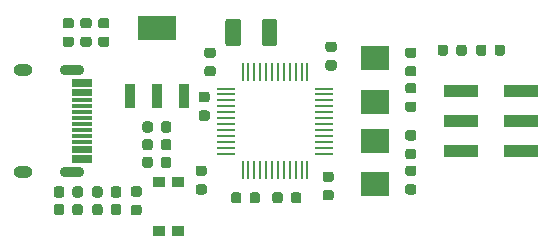
<source format=gbr>
%TF.GenerationSoftware,KiCad,Pcbnew,5.1.7-a382d34a8~88~ubuntu20.04.1*%
%TF.CreationDate,2020-12-15T21:17:08-08:00*%
%TF.ProjectId,blue-pill-bmp,626c7565-2d70-4696-9c6c-2d626d702e6b,rev?*%
%TF.SameCoordinates,Original*%
%TF.FileFunction,Paste,Top*%
%TF.FilePolarity,Positive*%
%FSLAX46Y46*%
G04 Gerber Fmt 4.6, Leading zero omitted, Abs format (unit mm)*
G04 Created by KiCad (PCBNEW 5.1.7-a382d34a8~88~ubuntu20.04.1) date 2020-12-15 21:17:08*
%MOMM*%
%LPD*%
G01*
G04 APERTURE LIST*
%ADD10R,3.250000X2.150000*%
%ADD11R,0.950000X2.150000*%
%ADD12R,2.400000X2.000000*%
%ADD13R,0.280000X1.560000*%
%ADD14R,1.560000X0.280000*%
%ADD15R,3.000000X1.000000*%
%ADD16R,1.000000X0.900000*%
%ADD17R,1.750000X0.300000*%
%ADD18O,2.100000X0.900000*%
%ADD19O,1.600000X1.000000*%
G04 APERTURE END LIST*
D10*
%TO.C,VR1*%
X109500000Y-92100000D03*
D11*
X111800000Y-97900000D03*
X109500000Y-97900000D03*
X107200000Y-97900000D03*
%TD*%
%TO.C,R6*%
G36*
G01*
X104743750Y-92850000D02*
X105256250Y-92850000D01*
G75*
G02*
X105475000Y-93068750I0J-218750D01*
G01*
X105475000Y-93506250D01*
G75*
G02*
X105256250Y-93725000I-218750J0D01*
G01*
X104743750Y-93725000D01*
G75*
G02*
X104525000Y-93506250I0J218750D01*
G01*
X104525000Y-93068750D01*
G75*
G02*
X104743750Y-92850000I218750J0D01*
G01*
G37*
G36*
G01*
X104743750Y-91275000D02*
X105256250Y-91275000D01*
G75*
G02*
X105475000Y-91493750I0J-218750D01*
G01*
X105475000Y-91931250D01*
G75*
G02*
X105256250Y-92150000I-218750J0D01*
G01*
X104743750Y-92150000D01*
G75*
G02*
X104525000Y-91931250I0J218750D01*
G01*
X104525000Y-91493750D01*
G75*
G02*
X104743750Y-91275000I218750J0D01*
G01*
G37*
%TD*%
D12*
%TO.C,X2*%
X128000000Y-101650000D03*
X128000000Y-105350000D03*
%TD*%
%TO.C,X1*%
X128000000Y-94650000D03*
X128000000Y-98350000D03*
%TD*%
D13*
%TO.C,U1*%
X122250000Y-104180000D03*
X121750000Y-104180000D03*
X121250000Y-104180000D03*
X120750000Y-104180000D03*
X120250000Y-104180000D03*
X119750000Y-104180000D03*
X119250000Y-104180000D03*
X118750000Y-104180000D03*
X118250000Y-104180000D03*
X117750000Y-104180000D03*
X117250000Y-104180000D03*
X116750000Y-104180000D03*
D14*
X115320000Y-102750000D03*
X115320000Y-102250000D03*
X115320000Y-101750000D03*
X115320000Y-101250000D03*
X115320000Y-100750000D03*
X115320000Y-100250000D03*
X115320000Y-99750000D03*
X115320000Y-99250000D03*
X115320000Y-98750000D03*
X115320000Y-98250000D03*
X115320000Y-97750000D03*
X115320000Y-97250000D03*
D13*
X116750000Y-95820000D03*
X117250000Y-95820000D03*
X117750000Y-95820000D03*
X118250000Y-95820000D03*
X118750000Y-95820000D03*
X119250000Y-95820000D03*
X119750000Y-95820000D03*
X120250000Y-95820000D03*
X120750000Y-95820000D03*
X121250000Y-95820000D03*
X121750000Y-95820000D03*
X122250000Y-95820000D03*
D14*
X123680000Y-97250000D03*
X123680000Y-97750000D03*
X123680000Y-98250000D03*
X123680000Y-98750000D03*
X123680000Y-99250000D03*
X123680000Y-99750000D03*
X123680000Y-100250000D03*
X123680000Y-100750000D03*
X123680000Y-101250000D03*
X123680000Y-101750000D03*
X123680000Y-102250000D03*
X123680000Y-102750000D03*
%TD*%
D15*
%TO.C,SW2*%
X135210000Y-97450000D03*
X135210000Y-100000000D03*
X135210000Y-102540000D03*
X140290000Y-97460000D03*
X140290000Y-100000000D03*
X140290000Y-102540000D03*
%TD*%
D16*
%TO.C,SW1*%
X111300000Y-105200000D03*
X109700000Y-105200000D03*
X111300000Y-109300000D03*
X109700000Y-109300000D03*
%TD*%
%TO.C,R11*%
G36*
G01*
X102350000Y-107756250D02*
X102350000Y-107243750D01*
G75*
G02*
X102568750Y-107025000I218750J0D01*
G01*
X103006250Y-107025000D01*
G75*
G02*
X103225000Y-107243750I0J-218750D01*
G01*
X103225000Y-107756250D01*
G75*
G02*
X103006250Y-107975000I-218750J0D01*
G01*
X102568750Y-107975000D01*
G75*
G02*
X102350000Y-107756250I0J218750D01*
G01*
G37*
G36*
G01*
X100775000Y-107756250D02*
X100775000Y-107243750D01*
G75*
G02*
X100993750Y-107025000I218750J0D01*
G01*
X101431250Y-107025000D01*
G75*
G02*
X101650000Y-107243750I0J-218750D01*
G01*
X101650000Y-107756250D01*
G75*
G02*
X101431250Y-107975000I-218750J0D01*
G01*
X100993750Y-107975000D01*
G75*
G02*
X100775000Y-107756250I0J218750D01*
G01*
G37*
%TD*%
%TO.C,R10*%
G36*
G01*
X102350000Y-106256250D02*
X102350000Y-105743750D01*
G75*
G02*
X102568750Y-105525000I218750J0D01*
G01*
X103006250Y-105525000D01*
G75*
G02*
X103225000Y-105743750I0J-218750D01*
G01*
X103225000Y-106256250D01*
G75*
G02*
X103006250Y-106475000I-218750J0D01*
G01*
X102568750Y-106475000D01*
G75*
G02*
X102350000Y-106256250I0J218750D01*
G01*
G37*
G36*
G01*
X100775000Y-106256250D02*
X100775000Y-105743750D01*
G75*
G02*
X100993750Y-105525000I218750J0D01*
G01*
X101431250Y-105525000D01*
G75*
G02*
X101650000Y-105743750I0J-218750D01*
G01*
X101650000Y-106256250D01*
G75*
G02*
X101431250Y-106475000I-218750J0D01*
G01*
X100993750Y-106475000D01*
G75*
G02*
X100775000Y-106256250I0J218750D01*
G01*
G37*
%TD*%
%TO.C,R9*%
G36*
G01*
X109850000Y-103756250D02*
X109850000Y-103243750D01*
G75*
G02*
X110068750Y-103025000I218750J0D01*
G01*
X110506250Y-103025000D01*
G75*
G02*
X110725000Y-103243750I0J-218750D01*
G01*
X110725000Y-103756250D01*
G75*
G02*
X110506250Y-103975000I-218750J0D01*
G01*
X110068750Y-103975000D01*
G75*
G02*
X109850000Y-103756250I0J218750D01*
G01*
G37*
G36*
G01*
X108275000Y-103756250D02*
X108275000Y-103243750D01*
G75*
G02*
X108493750Y-103025000I218750J0D01*
G01*
X108931250Y-103025000D01*
G75*
G02*
X109150000Y-103243750I0J-218750D01*
G01*
X109150000Y-103756250D01*
G75*
G02*
X108931250Y-103975000I-218750J0D01*
G01*
X108493750Y-103975000D01*
G75*
G02*
X108275000Y-103756250I0J218750D01*
G01*
G37*
%TD*%
%TO.C,R8*%
G36*
G01*
X109150000Y-101743750D02*
X109150000Y-102256250D01*
G75*
G02*
X108931250Y-102475000I-218750J0D01*
G01*
X108493750Y-102475000D01*
G75*
G02*
X108275000Y-102256250I0J218750D01*
G01*
X108275000Y-101743750D01*
G75*
G02*
X108493750Y-101525000I218750J0D01*
G01*
X108931250Y-101525000D01*
G75*
G02*
X109150000Y-101743750I0J-218750D01*
G01*
G37*
G36*
G01*
X110725000Y-101743750D02*
X110725000Y-102256250D01*
G75*
G02*
X110506250Y-102475000I-218750J0D01*
G01*
X110068750Y-102475000D01*
G75*
G02*
X109850000Y-102256250I0J218750D01*
G01*
X109850000Y-101743750D01*
G75*
G02*
X110068750Y-101525000I218750J0D01*
G01*
X110506250Y-101525000D01*
G75*
G02*
X110725000Y-101743750I0J-218750D01*
G01*
G37*
%TD*%
%TO.C,R7*%
G36*
G01*
X109150000Y-100243750D02*
X109150000Y-100756250D01*
G75*
G02*
X108931250Y-100975000I-218750J0D01*
G01*
X108493750Y-100975000D01*
G75*
G02*
X108275000Y-100756250I0J218750D01*
G01*
X108275000Y-100243750D01*
G75*
G02*
X108493750Y-100025000I218750J0D01*
G01*
X108931250Y-100025000D01*
G75*
G02*
X109150000Y-100243750I0J-218750D01*
G01*
G37*
G36*
G01*
X110725000Y-100243750D02*
X110725000Y-100756250D01*
G75*
G02*
X110506250Y-100975000I-218750J0D01*
G01*
X110068750Y-100975000D01*
G75*
G02*
X109850000Y-100756250I0J218750D01*
G01*
X109850000Y-100243750D01*
G75*
G02*
X110068750Y-100025000I218750J0D01*
G01*
X110506250Y-100025000D01*
G75*
G02*
X110725000Y-100243750I0J-218750D01*
G01*
G37*
%TD*%
%TO.C,R5*%
G36*
G01*
X108006250Y-106400000D02*
X107493750Y-106400000D01*
G75*
G02*
X107275000Y-106181250I0J218750D01*
G01*
X107275000Y-105743750D01*
G75*
G02*
X107493750Y-105525000I218750J0D01*
G01*
X108006250Y-105525000D01*
G75*
G02*
X108225000Y-105743750I0J-218750D01*
G01*
X108225000Y-106181250D01*
G75*
G02*
X108006250Y-106400000I-218750J0D01*
G01*
G37*
G36*
G01*
X108006250Y-107975000D02*
X107493750Y-107975000D01*
G75*
G02*
X107275000Y-107756250I0J218750D01*
G01*
X107275000Y-107318750D01*
G75*
G02*
X107493750Y-107100000I218750J0D01*
G01*
X108006250Y-107100000D01*
G75*
G02*
X108225000Y-107318750I0J-218750D01*
G01*
X108225000Y-107756250D01*
G75*
G02*
X108006250Y-107975000I-218750J0D01*
G01*
G37*
%TD*%
%TO.C,R4*%
G36*
G01*
X101743750Y-92850000D02*
X102256250Y-92850000D01*
G75*
G02*
X102475000Y-93068750I0J-218750D01*
G01*
X102475000Y-93506250D01*
G75*
G02*
X102256250Y-93725000I-218750J0D01*
G01*
X101743750Y-93725000D01*
G75*
G02*
X101525000Y-93506250I0J218750D01*
G01*
X101525000Y-93068750D01*
G75*
G02*
X101743750Y-92850000I218750J0D01*
G01*
G37*
G36*
G01*
X101743750Y-91275000D02*
X102256250Y-91275000D01*
G75*
G02*
X102475000Y-91493750I0J-218750D01*
G01*
X102475000Y-91931250D01*
G75*
G02*
X102256250Y-92150000I-218750J0D01*
G01*
X101743750Y-92150000D01*
G75*
G02*
X101525000Y-91931250I0J218750D01*
G01*
X101525000Y-91493750D01*
G75*
G02*
X101743750Y-91275000I218750J0D01*
G01*
G37*
%TD*%
%TO.C,R3*%
G36*
G01*
X134850000Y-94256250D02*
X134850000Y-93743750D01*
G75*
G02*
X135068750Y-93525000I218750J0D01*
G01*
X135506250Y-93525000D01*
G75*
G02*
X135725000Y-93743750I0J-218750D01*
G01*
X135725000Y-94256250D01*
G75*
G02*
X135506250Y-94475000I-218750J0D01*
G01*
X135068750Y-94475000D01*
G75*
G02*
X134850000Y-94256250I0J218750D01*
G01*
G37*
G36*
G01*
X133275000Y-94256250D02*
X133275000Y-93743750D01*
G75*
G02*
X133493750Y-93525000I218750J0D01*
G01*
X133931250Y-93525000D01*
G75*
G02*
X134150000Y-93743750I0J-218750D01*
G01*
X134150000Y-94256250D01*
G75*
G02*
X133931250Y-94475000I-218750J0D01*
G01*
X133493750Y-94475000D01*
G75*
G02*
X133275000Y-94256250I0J218750D01*
G01*
G37*
%TD*%
%TO.C,R2*%
G36*
G01*
X104900000Y-105743750D02*
X104900000Y-106256250D01*
G75*
G02*
X104681250Y-106475000I-218750J0D01*
G01*
X104243750Y-106475000D01*
G75*
G02*
X104025000Y-106256250I0J218750D01*
G01*
X104025000Y-105743750D01*
G75*
G02*
X104243750Y-105525000I218750J0D01*
G01*
X104681250Y-105525000D01*
G75*
G02*
X104900000Y-105743750I0J-218750D01*
G01*
G37*
G36*
G01*
X106475000Y-105743750D02*
X106475000Y-106256250D01*
G75*
G02*
X106256250Y-106475000I-218750J0D01*
G01*
X105818750Y-106475000D01*
G75*
G02*
X105600000Y-106256250I0J218750D01*
G01*
X105600000Y-105743750D01*
G75*
G02*
X105818750Y-105525000I218750J0D01*
G01*
X106256250Y-105525000D01*
G75*
G02*
X106475000Y-105743750I0J-218750D01*
G01*
G37*
%TD*%
%TO.C,R1*%
G36*
G01*
X120150000Y-106243750D02*
X120150000Y-106756250D01*
G75*
G02*
X119931250Y-106975000I-218750J0D01*
G01*
X119493750Y-106975000D01*
G75*
G02*
X119275000Y-106756250I0J218750D01*
G01*
X119275000Y-106243750D01*
G75*
G02*
X119493750Y-106025000I218750J0D01*
G01*
X119931250Y-106025000D01*
G75*
G02*
X120150000Y-106243750I0J-218750D01*
G01*
G37*
G36*
G01*
X121725000Y-106243750D02*
X121725000Y-106756250D01*
G75*
G02*
X121506250Y-106975000I-218750J0D01*
G01*
X121068750Y-106975000D01*
G75*
G02*
X120850000Y-106756250I0J218750D01*
G01*
X120850000Y-106243750D01*
G75*
G02*
X121068750Y-106025000I218750J0D01*
G01*
X121506250Y-106025000D01*
G75*
G02*
X121725000Y-106243750I0J-218750D01*
G01*
G37*
%TD*%
D17*
%TO.C,J2*%
X103150000Y-103350000D03*
X103150000Y-103050000D03*
X103150000Y-102250000D03*
X103150000Y-102550000D03*
X103150000Y-97750000D03*
X103150000Y-97450000D03*
X103150000Y-96950000D03*
X103150000Y-96650000D03*
X103150000Y-99750000D03*
X103150000Y-98750000D03*
X103150000Y-98250000D03*
X103150000Y-99250000D03*
X103150000Y-101750000D03*
X103150000Y-101250000D03*
X103150000Y-100750000D03*
X103150000Y-100250000D03*
D18*
X102310000Y-104320000D03*
X102310000Y-95680000D03*
D19*
X98130000Y-104320000D03*
X98130000Y-95680000D03*
%TD*%
%TO.C,D3*%
G36*
G01*
X103756250Y-92150000D02*
X103243750Y-92150000D01*
G75*
G02*
X103025000Y-91931250I0J218750D01*
G01*
X103025000Y-91493750D01*
G75*
G02*
X103243750Y-91275000I218750J0D01*
G01*
X103756250Y-91275000D01*
G75*
G02*
X103975000Y-91493750I0J-218750D01*
G01*
X103975000Y-91931250D01*
G75*
G02*
X103756250Y-92150000I-218750J0D01*
G01*
G37*
G36*
G01*
X103756250Y-93725000D02*
X103243750Y-93725000D01*
G75*
G02*
X103025000Y-93506250I0J218750D01*
G01*
X103025000Y-93068750D01*
G75*
G02*
X103243750Y-92850000I218750J0D01*
G01*
X103756250Y-92850000D01*
G75*
G02*
X103975000Y-93068750I0J-218750D01*
G01*
X103975000Y-93506250D01*
G75*
G02*
X103756250Y-93725000I-218750J0D01*
G01*
G37*
%TD*%
%TO.C,D2*%
G36*
G01*
X138100000Y-94256250D02*
X138100000Y-93743750D01*
G75*
G02*
X138318750Y-93525000I218750J0D01*
G01*
X138756250Y-93525000D01*
G75*
G02*
X138975000Y-93743750I0J-218750D01*
G01*
X138975000Y-94256250D01*
G75*
G02*
X138756250Y-94475000I-218750J0D01*
G01*
X138318750Y-94475000D01*
G75*
G02*
X138100000Y-94256250I0J218750D01*
G01*
G37*
G36*
G01*
X136525000Y-94256250D02*
X136525000Y-93743750D01*
G75*
G02*
X136743750Y-93525000I218750J0D01*
G01*
X137181250Y-93525000D01*
G75*
G02*
X137400000Y-93743750I0J-218750D01*
G01*
X137400000Y-94256250D01*
G75*
G02*
X137181250Y-94475000I-218750J0D01*
G01*
X136743750Y-94475000D01*
G75*
G02*
X136525000Y-94256250I0J218750D01*
G01*
G37*
%TD*%
%TO.C,D1*%
G36*
G01*
X116650000Y-106243750D02*
X116650000Y-106756250D01*
G75*
G02*
X116431250Y-106975000I-218750J0D01*
G01*
X115993750Y-106975000D01*
G75*
G02*
X115775000Y-106756250I0J218750D01*
G01*
X115775000Y-106243750D01*
G75*
G02*
X115993750Y-106025000I218750J0D01*
G01*
X116431250Y-106025000D01*
G75*
G02*
X116650000Y-106243750I0J-218750D01*
G01*
G37*
G36*
G01*
X118225000Y-106243750D02*
X118225000Y-106756250D01*
G75*
G02*
X118006250Y-106975000I-218750J0D01*
G01*
X117568750Y-106975000D01*
G75*
G02*
X117350000Y-106756250I0J218750D01*
G01*
X117350000Y-106243750D01*
G75*
G02*
X117568750Y-106025000I218750J0D01*
G01*
X118006250Y-106025000D01*
G75*
G02*
X118225000Y-106243750I0J-218750D01*
G01*
G37*
%TD*%
%TO.C,C11*%
G36*
G01*
X130743750Y-102350000D02*
X131256250Y-102350000D01*
G75*
G02*
X131475000Y-102568750I0J-218750D01*
G01*
X131475000Y-103006250D01*
G75*
G02*
X131256250Y-103225000I-218750J0D01*
G01*
X130743750Y-103225000D01*
G75*
G02*
X130525000Y-103006250I0J218750D01*
G01*
X130525000Y-102568750D01*
G75*
G02*
X130743750Y-102350000I218750J0D01*
G01*
G37*
G36*
G01*
X130743750Y-100775000D02*
X131256250Y-100775000D01*
G75*
G02*
X131475000Y-100993750I0J-218750D01*
G01*
X131475000Y-101431250D01*
G75*
G02*
X131256250Y-101650000I-218750J0D01*
G01*
X130743750Y-101650000D01*
G75*
G02*
X130525000Y-101431250I0J218750D01*
G01*
X130525000Y-100993750D01*
G75*
G02*
X130743750Y-100775000I218750J0D01*
G01*
G37*
%TD*%
%TO.C,C10*%
G36*
G01*
X131256250Y-104650000D02*
X130743750Y-104650000D01*
G75*
G02*
X130525000Y-104431250I0J218750D01*
G01*
X130525000Y-103993750D01*
G75*
G02*
X130743750Y-103775000I218750J0D01*
G01*
X131256250Y-103775000D01*
G75*
G02*
X131475000Y-103993750I0J-218750D01*
G01*
X131475000Y-104431250D01*
G75*
G02*
X131256250Y-104650000I-218750J0D01*
G01*
G37*
G36*
G01*
X131256250Y-106225000D02*
X130743750Y-106225000D01*
G75*
G02*
X130525000Y-106006250I0J218750D01*
G01*
X130525000Y-105568750D01*
G75*
G02*
X130743750Y-105350000I218750J0D01*
G01*
X131256250Y-105350000D01*
G75*
G02*
X131475000Y-105568750I0J-218750D01*
G01*
X131475000Y-106006250D01*
G75*
G02*
X131256250Y-106225000I-218750J0D01*
G01*
G37*
%TD*%
%TO.C,C9*%
G36*
G01*
X130743750Y-95350000D02*
X131256250Y-95350000D01*
G75*
G02*
X131475000Y-95568750I0J-218750D01*
G01*
X131475000Y-96006250D01*
G75*
G02*
X131256250Y-96225000I-218750J0D01*
G01*
X130743750Y-96225000D01*
G75*
G02*
X130525000Y-96006250I0J218750D01*
G01*
X130525000Y-95568750D01*
G75*
G02*
X130743750Y-95350000I218750J0D01*
G01*
G37*
G36*
G01*
X130743750Y-93775000D02*
X131256250Y-93775000D01*
G75*
G02*
X131475000Y-93993750I0J-218750D01*
G01*
X131475000Y-94431250D01*
G75*
G02*
X131256250Y-94650000I-218750J0D01*
G01*
X130743750Y-94650000D01*
G75*
G02*
X130525000Y-94431250I0J218750D01*
G01*
X130525000Y-93993750D01*
G75*
G02*
X130743750Y-93775000I218750J0D01*
G01*
G37*
%TD*%
%TO.C,C8*%
G36*
G01*
X131256250Y-97650000D02*
X130743750Y-97650000D01*
G75*
G02*
X130525000Y-97431250I0J218750D01*
G01*
X130525000Y-96993750D01*
G75*
G02*
X130743750Y-96775000I218750J0D01*
G01*
X131256250Y-96775000D01*
G75*
G02*
X131475000Y-96993750I0J-218750D01*
G01*
X131475000Y-97431250D01*
G75*
G02*
X131256250Y-97650000I-218750J0D01*
G01*
G37*
G36*
G01*
X131256250Y-99225000D02*
X130743750Y-99225000D01*
G75*
G02*
X130525000Y-99006250I0J218750D01*
G01*
X130525000Y-98568750D01*
G75*
G02*
X130743750Y-98350000I218750J0D01*
G01*
X131256250Y-98350000D01*
G75*
G02*
X131475000Y-98568750I0J-218750D01*
G01*
X131475000Y-99006250D01*
G75*
G02*
X131256250Y-99225000I-218750J0D01*
G01*
G37*
%TD*%
%TO.C,C7*%
G36*
G01*
X114256250Y-94650000D02*
X113743750Y-94650000D01*
G75*
G02*
X113525000Y-94431250I0J218750D01*
G01*
X113525000Y-93993750D01*
G75*
G02*
X113743750Y-93775000I218750J0D01*
G01*
X114256250Y-93775000D01*
G75*
G02*
X114475000Y-93993750I0J-218750D01*
G01*
X114475000Y-94431250D01*
G75*
G02*
X114256250Y-94650000I-218750J0D01*
G01*
G37*
G36*
G01*
X114256250Y-96225000D02*
X113743750Y-96225000D01*
G75*
G02*
X113525000Y-96006250I0J218750D01*
G01*
X113525000Y-95568750D01*
G75*
G02*
X113743750Y-95350000I218750J0D01*
G01*
X114256250Y-95350000D01*
G75*
G02*
X114475000Y-95568750I0J-218750D01*
G01*
X114475000Y-96006250D01*
G75*
G02*
X114256250Y-96225000I-218750J0D01*
G01*
G37*
%TD*%
%TO.C,C6*%
G36*
G01*
X112993750Y-105350000D02*
X113506250Y-105350000D01*
G75*
G02*
X113725000Y-105568750I0J-218750D01*
G01*
X113725000Y-106006250D01*
G75*
G02*
X113506250Y-106225000I-218750J0D01*
G01*
X112993750Y-106225000D01*
G75*
G02*
X112775000Y-106006250I0J218750D01*
G01*
X112775000Y-105568750D01*
G75*
G02*
X112993750Y-105350000I218750J0D01*
G01*
G37*
G36*
G01*
X112993750Y-103775000D02*
X113506250Y-103775000D01*
G75*
G02*
X113725000Y-103993750I0J-218750D01*
G01*
X113725000Y-104431250D01*
G75*
G02*
X113506250Y-104650000I-218750J0D01*
G01*
X112993750Y-104650000D01*
G75*
G02*
X112775000Y-104431250I0J218750D01*
G01*
X112775000Y-103993750D01*
G75*
G02*
X112993750Y-103775000I218750J0D01*
G01*
G37*
%TD*%
%TO.C,C5*%
G36*
G01*
X123743750Y-105850000D02*
X124256250Y-105850000D01*
G75*
G02*
X124475000Y-106068750I0J-218750D01*
G01*
X124475000Y-106506250D01*
G75*
G02*
X124256250Y-106725000I-218750J0D01*
G01*
X123743750Y-106725000D01*
G75*
G02*
X123525000Y-106506250I0J218750D01*
G01*
X123525000Y-106068750D01*
G75*
G02*
X123743750Y-105850000I218750J0D01*
G01*
G37*
G36*
G01*
X123743750Y-104275000D02*
X124256250Y-104275000D01*
G75*
G02*
X124475000Y-104493750I0J-218750D01*
G01*
X124475000Y-104931250D01*
G75*
G02*
X124256250Y-105150000I-218750J0D01*
G01*
X123743750Y-105150000D01*
G75*
G02*
X123525000Y-104931250I0J218750D01*
G01*
X123525000Y-104493750D01*
G75*
G02*
X123743750Y-104275000I218750J0D01*
G01*
G37*
%TD*%
%TO.C,C4*%
G36*
G01*
X124506250Y-94150000D02*
X123993750Y-94150000D01*
G75*
G02*
X123775000Y-93931250I0J218750D01*
G01*
X123775000Y-93493750D01*
G75*
G02*
X123993750Y-93275000I218750J0D01*
G01*
X124506250Y-93275000D01*
G75*
G02*
X124725000Y-93493750I0J-218750D01*
G01*
X124725000Y-93931250D01*
G75*
G02*
X124506250Y-94150000I-218750J0D01*
G01*
G37*
G36*
G01*
X124506250Y-95725000D02*
X123993750Y-95725000D01*
G75*
G02*
X123775000Y-95506250I0J218750D01*
G01*
X123775000Y-95068750D01*
G75*
G02*
X123993750Y-94850000I218750J0D01*
G01*
X124506250Y-94850000D01*
G75*
G02*
X124725000Y-95068750I0J-218750D01*
G01*
X124725000Y-95506250D01*
G75*
G02*
X124506250Y-95725000I-218750J0D01*
G01*
G37*
%TD*%
%TO.C,C3*%
G36*
G01*
X118375000Y-93425001D02*
X118375000Y-91574999D01*
G75*
G02*
X118624999Y-91325000I249999J0D01*
G01*
X119450001Y-91325000D01*
G75*
G02*
X119700000Y-91574999I0J-249999D01*
G01*
X119700000Y-93425001D01*
G75*
G02*
X119450001Y-93675000I-249999J0D01*
G01*
X118624999Y-93675000D01*
G75*
G02*
X118375000Y-93425001I0J249999D01*
G01*
G37*
G36*
G01*
X115300000Y-93425001D02*
X115300000Y-91574999D01*
G75*
G02*
X115549999Y-91325000I249999J0D01*
G01*
X116375001Y-91325000D01*
G75*
G02*
X116625000Y-91574999I0J-249999D01*
G01*
X116625000Y-93425001D01*
G75*
G02*
X116375001Y-93675000I-249999J0D01*
G01*
X115549999Y-93675000D01*
G75*
G02*
X115300000Y-93425001I0J249999D01*
G01*
G37*
%TD*%
%TO.C,C2*%
G36*
G01*
X113243750Y-99100000D02*
X113756250Y-99100000D01*
G75*
G02*
X113975000Y-99318750I0J-218750D01*
G01*
X113975000Y-99756250D01*
G75*
G02*
X113756250Y-99975000I-218750J0D01*
G01*
X113243750Y-99975000D01*
G75*
G02*
X113025000Y-99756250I0J218750D01*
G01*
X113025000Y-99318750D01*
G75*
G02*
X113243750Y-99100000I218750J0D01*
G01*
G37*
G36*
G01*
X113243750Y-97525000D02*
X113756250Y-97525000D01*
G75*
G02*
X113975000Y-97743750I0J-218750D01*
G01*
X113975000Y-98181250D01*
G75*
G02*
X113756250Y-98400000I-218750J0D01*
G01*
X113243750Y-98400000D01*
G75*
G02*
X113025000Y-98181250I0J218750D01*
G01*
X113025000Y-97743750D01*
G75*
G02*
X113243750Y-97525000I218750J0D01*
G01*
G37*
%TD*%
%TO.C,C1*%
G36*
G01*
X105600000Y-107756250D02*
X105600000Y-107243750D01*
G75*
G02*
X105818750Y-107025000I218750J0D01*
G01*
X106256250Y-107025000D01*
G75*
G02*
X106475000Y-107243750I0J-218750D01*
G01*
X106475000Y-107756250D01*
G75*
G02*
X106256250Y-107975000I-218750J0D01*
G01*
X105818750Y-107975000D01*
G75*
G02*
X105600000Y-107756250I0J218750D01*
G01*
G37*
G36*
G01*
X104025000Y-107756250D02*
X104025000Y-107243750D01*
G75*
G02*
X104243750Y-107025000I218750J0D01*
G01*
X104681250Y-107025000D01*
G75*
G02*
X104900000Y-107243750I0J-218750D01*
G01*
X104900000Y-107756250D01*
G75*
G02*
X104681250Y-107975000I-218750J0D01*
G01*
X104243750Y-107975000D01*
G75*
G02*
X104025000Y-107756250I0J218750D01*
G01*
G37*
%TD*%
M02*

</source>
